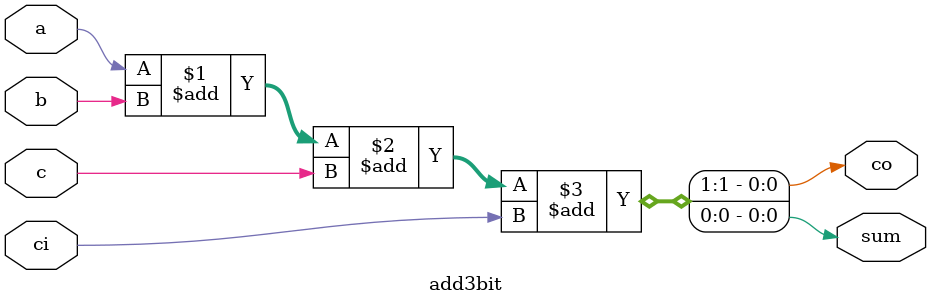
<source format=v>

module add3bit(a,b,c,ci,sum,co);
input a;
input b;
input c;
input ci;

output sum;
output co;

wire a;
wire b;
wire c;
wire ci;
wire sum;
wire co;

assign{co,sum}=a+b+c+ci;

endmodule



</source>
